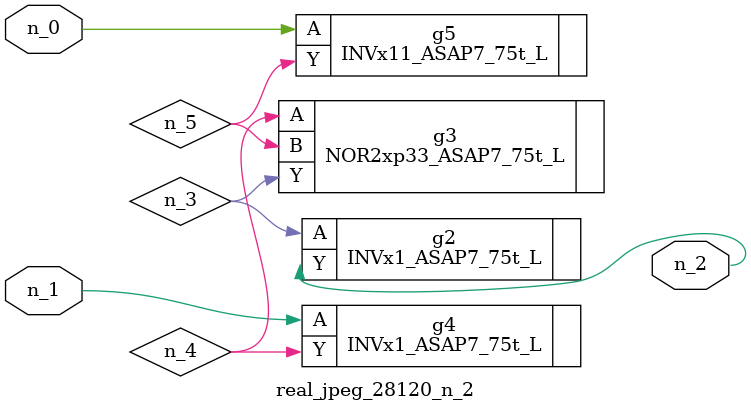
<source format=v>
module real_jpeg_28120_n_2 (n_1, n_0, n_2);

input n_1;
input n_0;

output n_2;

wire n_5;
wire n_4;
wire n_3;

INVx11_ASAP7_75t_L g5 ( 
.A(n_0),
.Y(n_5)
);

INVx1_ASAP7_75t_L g4 ( 
.A(n_1),
.Y(n_4)
);

INVx1_ASAP7_75t_L g2 ( 
.A(n_3),
.Y(n_2)
);

NOR2xp33_ASAP7_75t_L g3 ( 
.A(n_4),
.B(n_5),
.Y(n_3)
);


endmodule
</source>
